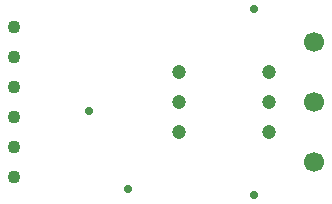
<source format=gbr>
%TF.GenerationSoftware,Altium Limited,Altium Designer,21.3.0 (21)*%
G04 Layer_Color=0*
%FSLAX45Y45*%
%MOMM*%
%TF.SameCoordinates,798F48EE-B9F3-42F3-8741-5E889E50E555*%
%TF.FilePolarity,Positive*%
%TF.FileFunction,Plated,1,2,PTH,Drill*%
%TF.Part,Single*%
G01*
G75*
%TA.AperFunction,ComponentDrill*%
%ADD41C,1.70000*%
%ADD42C,1.10000*%
%ADD43C,1.20000*%
%TA.AperFunction,ViaDrill,NotFilled*%
%ADD44C,0.71120*%
D41*
X25717499Y20320000D02*
D03*
Y19812000D02*
D03*
Y19303999D02*
D03*
D42*
X23177499Y19177000D02*
D03*
Y19431000D02*
D03*
Y19685001D02*
D03*
Y19939000D02*
D03*
Y20447000D02*
D03*
Y20192999D02*
D03*
D43*
X25336501Y19558000D02*
D03*
Y19812000D02*
D03*
Y20066000D02*
D03*
X24574500D02*
D03*
Y19812000D02*
D03*
Y19558000D02*
D03*
D44*
X25209500Y19024600D02*
D03*
X24142700Y19075400D02*
D03*
X23812500Y19735800D02*
D03*
X25209500Y20599400D02*
D03*
%TF.MD5,c10a2cc7087345080a89db538c216654*%
M02*

</source>
